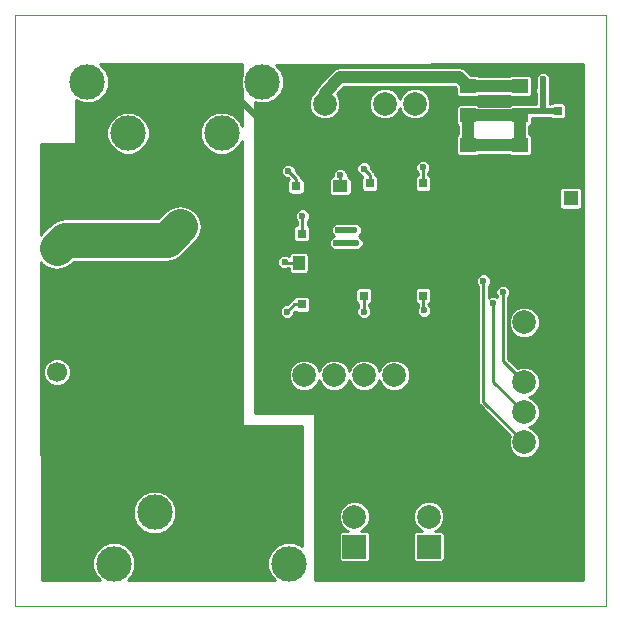
<source format=gbr>
G04 #@! TF.FileFunction,Copper,L1,Top,Signal*
%FSLAX46Y46*%
G04 Gerber Fmt 4.6, Leading zero omitted, Abs format (unit mm)*
G04 Created by KiCad (PCBNEW (2015-07-11 BZR 5925, Git c291b88)-product) date 2015/08/03 22:31:35*
%MOMM*%
G01*
G04 APERTURE LIST*
%ADD10C,0.100000*%
%ADD11R,0.800000X0.750000*%
%ADD12R,1.300000X1.300000*%
%ADD13C,1.300000*%
%ADD14R,2.000000X2.000000*%
%ADD15C,2.000000*%
%ADD16C,3.000000*%
%ADD17R,0.750000X0.800000*%
%ADD18R,1.250000X1.000000*%
%ADD19R,1.000000X1.250000*%
%ADD20R,1.400000X1.200000*%
%ADD21C,1.700000*%
%ADD22C,0.600000*%
%ADD23C,0.500000*%
%ADD24C,1.000000*%
%ADD25C,0.250000*%
%ADD26C,3.000000*%
%ADD27C,0.254000*%
G04 APERTURE END LIST*
D10*
X100000000Y-100000000D02*
X150000000Y-100000000D01*
X150000000Y-50000000D02*
X100000000Y-50000000D01*
X145000000Y-50000000D02*
X144000000Y-50000000D01*
X150000000Y-50000000D02*
X150000000Y-100000000D01*
X100000000Y-50000000D02*
X100000000Y-100000000D01*
D11*
X145920000Y-58100000D03*
X147420000Y-58100000D03*
D12*
X147000000Y-65500000D03*
D13*
X144500000Y-65500000D03*
D14*
X135000000Y-95000000D03*
D15*
X135000000Y-92460000D03*
X126190000Y-57500000D03*
X128730000Y-57500000D03*
X131270000Y-57500000D03*
X133810000Y-57500000D03*
D16*
X109540000Y-60000000D03*
X117460000Y-60000000D03*
X120910000Y-55650000D03*
X106090000Y-55650000D03*
D15*
X121920000Y-80500000D03*
X124460000Y-80500000D03*
X127000000Y-80500000D03*
X129540000Y-80500000D03*
X132080000Y-80500000D03*
D11*
X124250000Y-74500000D03*
X125750000Y-74500000D03*
X124250000Y-68500000D03*
X125750000Y-68500000D03*
D17*
X129500000Y-73750000D03*
X129500000Y-72250000D03*
X134500000Y-73750000D03*
X134500000Y-72250000D03*
D18*
X127500000Y-64500000D03*
X127500000Y-66500000D03*
D11*
X123750000Y-64500000D03*
X125250000Y-64500000D03*
D17*
X134500000Y-64250000D03*
X134500000Y-65750000D03*
D19*
X124000000Y-71000000D03*
X126000000Y-71000000D03*
D17*
X130000000Y-64250000D03*
X130000000Y-65750000D03*
D15*
X143080000Y-86190000D03*
X143080000Y-83650000D03*
X143080000Y-81110000D03*
X143080000Y-78570000D03*
X143080000Y-76030000D03*
D20*
X138300000Y-58500000D03*
X138300000Y-56000000D03*
X138300000Y-61000000D03*
X142700000Y-58500000D03*
X142700000Y-61000000D03*
X142700000Y-56000000D03*
D15*
X110050000Y-72450000D03*
X113950000Y-77600000D03*
D14*
X128700000Y-95000000D03*
D15*
X128700000Y-92460000D03*
D16*
X119710000Y-92100000D03*
X111790000Y-92100000D03*
X108340000Y-96450000D03*
X123160000Y-96450000D03*
D21*
X103500000Y-80250000D03*
X103500000Y-86750000D03*
X103500000Y-69750000D03*
X103500000Y-63250000D03*
D15*
X113950000Y-67900000D03*
D22*
X128850000Y-69300000D03*
X127150000Y-69300000D03*
X144660000Y-56400000D03*
X144670000Y-55420000D03*
X122550000Y-59450000D03*
X120900000Y-62050000D03*
X141450000Y-95000000D03*
X138850000Y-67500000D03*
X138900000Y-69500000D03*
X129000000Y-78460000D03*
X122900000Y-68700000D03*
X122900000Y-67300000D03*
X128700000Y-68200000D03*
X127350000Y-68200000D03*
X124300000Y-67000000D03*
X134500000Y-62900000D03*
X123100000Y-63200000D03*
X129500000Y-63000000D03*
X134600000Y-75000000D03*
X123000000Y-75100000D03*
X129500000Y-75100000D03*
X127500000Y-63550000D03*
X122800000Y-70900000D03*
X139620000Y-72500000D03*
X140470000Y-74410000D03*
X141270000Y-73440000D03*
D23*
X128850000Y-69300000D02*
X127150000Y-69300000D01*
X144660000Y-56400000D02*
X144660000Y-58100000D01*
X144660000Y-58100000D02*
X144650000Y-58100000D01*
X144650000Y-58100000D02*
X144650000Y-57900000D01*
X144650000Y-57900000D02*
X144650000Y-58100000D01*
X144670000Y-55420000D02*
X144670000Y-56390000D01*
X144670000Y-56390000D02*
X144660000Y-56400000D01*
X145920000Y-58100000D02*
X144650000Y-58100000D01*
X144650000Y-58100000D02*
X143100000Y-58100000D01*
X143100000Y-58100000D02*
X142700000Y-58500000D01*
X142700000Y-58500000D02*
X142700000Y-58360000D01*
D24*
X138300000Y-58500000D02*
X138300000Y-61000000D01*
X142700000Y-61000000D02*
X138300000Y-61000000D01*
X142700000Y-58500000D02*
X142700000Y-61000000D01*
X138300000Y-58500000D02*
X142700000Y-58500000D01*
D25*
X122550000Y-59450000D02*
X122550000Y-59400000D01*
D23*
X121200000Y-59400000D02*
X119100000Y-57300000D01*
X105300000Y-58200000D02*
X105300000Y-61890000D01*
X105800000Y-57700000D02*
X105300000Y-58200000D01*
X116100000Y-57700000D02*
X105800000Y-57700000D01*
X116500000Y-57300000D02*
X116100000Y-57700000D01*
X119100000Y-57300000D02*
X116500000Y-57300000D01*
X122550000Y-59400000D02*
X121200000Y-59400000D01*
D25*
X122550000Y-59450000D02*
X122550000Y-59400000D01*
X122550000Y-59400000D02*
X122550000Y-59450000D01*
X122550000Y-59450000D02*
X122550000Y-59400000D01*
D23*
X105300000Y-61890000D02*
X103940000Y-63250000D01*
X103940000Y-63250000D02*
X103500000Y-63250000D01*
X128730000Y-57500000D02*
X128730000Y-57870000D01*
X128730000Y-57870000D02*
X127200000Y-59400000D01*
X127200000Y-59400000D02*
X122550000Y-59400000D01*
X105300000Y-61890000D02*
X105300000Y-61900000D01*
D25*
X122900000Y-67300000D02*
X122900000Y-68700000D01*
D23*
X128700000Y-68200000D02*
X127350000Y-68200000D01*
D25*
X124250000Y-68500000D02*
X124300000Y-68450000D01*
X124300000Y-68450000D02*
X124300000Y-67000000D01*
X134500000Y-62900000D02*
X134500000Y-64250000D01*
X123750000Y-63850000D02*
X123750000Y-64500000D01*
X123100000Y-63200000D02*
X123750000Y-63850000D01*
X130000000Y-63500000D02*
X130000000Y-64250000D01*
X129500000Y-63000000D02*
X130000000Y-63500000D01*
X134500000Y-74900000D02*
X134500000Y-73750000D01*
X134600000Y-75000000D02*
X134500000Y-74900000D01*
X123600000Y-74500000D02*
X124250000Y-74500000D01*
X123000000Y-75100000D02*
X123600000Y-74500000D01*
D26*
X113950000Y-67900000D02*
X112800000Y-69050000D01*
X112800000Y-69050000D02*
X104200000Y-69050000D01*
X104200000Y-69050000D02*
X103500000Y-69750000D01*
D25*
X129500000Y-75100000D02*
X129500000Y-73750000D01*
X127500000Y-64500000D02*
X127500000Y-63550000D01*
X122900000Y-71000000D02*
X124000000Y-71000000D01*
X122800000Y-70900000D02*
X122900000Y-71000000D01*
X139620000Y-72500000D02*
X139620000Y-82730000D01*
X139620000Y-82730000D02*
X143080000Y-86190000D01*
X140470000Y-74410000D02*
X140470000Y-81040000D01*
X140470000Y-81040000D02*
X143080000Y-83650000D01*
X141270000Y-73440000D02*
X141270000Y-79300000D01*
X141270000Y-79300000D02*
X143080000Y-81110000D01*
D24*
X138300000Y-56000000D02*
X142700000Y-56000000D01*
X126190000Y-57500000D02*
X126190000Y-56560000D01*
X126190000Y-56560000D02*
X127500000Y-55250000D01*
X127500000Y-55250000D02*
X137550000Y-55250000D01*
X137550000Y-55250000D02*
X138300000Y-56000000D01*
D25*
X126190000Y-56560000D02*
X127500000Y-55250000D01*
X127500000Y-55250000D02*
X137550000Y-55250000D01*
X137550000Y-55250000D02*
X138300000Y-56000000D01*
D27*
G36*
X114091884Y-70341884D02*
X115241884Y-69191884D01*
X115637929Y-68599162D01*
X115777000Y-67900000D01*
X115637929Y-67200837D01*
X115241884Y-66608116D01*
X114649163Y-66212071D01*
X113950000Y-66073000D01*
X113250838Y-66212071D01*
X112658116Y-66608116D01*
X112043232Y-67223000D01*
X104200000Y-67223000D01*
X103500837Y-67362072D01*
X102908116Y-67758116D01*
X102208116Y-68458116D01*
X102127000Y-68579515D01*
X102127000Y-64848357D01*
X102139803Y-64839803D01*
X102167333Y-64798601D01*
X102177000Y-64750000D01*
X102177000Y-60927000D01*
X105000000Y-60927000D01*
X105048601Y-60917333D01*
X105089803Y-60889803D01*
X105117333Y-60848601D01*
X105127000Y-60800000D01*
X105127000Y-60361818D01*
X107712684Y-60361818D01*
X107990242Y-61033560D01*
X108503736Y-61547952D01*
X109174993Y-61826682D01*
X109901818Y-61827316D01*
X110573560Y-61549758D01*
X111087952Y-61036264D01*
X111366682Y-60365007D01*
X111367316Y-59638182D01*
X111089758Y-58966440D01*
X110576264Y-58452048D01*
X109905007Y-58173318D01*
X109178182Y-58172684D01*
X108506440Y-58450242D01*
X107992048Y-58963736D01*
X107713318Y-59634993D01*
X107712684Y-60361818D01*
X105127000Y-60361818D01*
X105127000Y-57228374D01*
X105724993Y-57476682D01*
X106451818Y-57477316D01*
X107123560Y-57199758D01*
X107637952Y-56686264D01*
X107916682Y-56015007D01*
X107917316Y-55288182D01*
X107639758Y-54616440D01*
X107151172Y-54127000D01*
X119173000Y-54127000D01*
X119173000Y-55069015D01*
X119083318Y-55284993D01*
X119082684Y-56011818D01*
X119173000Y-56230400D01*
X119173000Y-59361516D01*
X119009758Y-58966440D01*
X118496264Y-58452048D01*
X117825007Y-58173318D01*
X117098182Y-58172684D01*
X116426440Y-58450242D01*
X115912048Y-58963736D01*
X115633318Y-59634993D01*
X115632684Y-60361818D01*
X115910242Y-61033560D01*
X116423736Y-61547952D01*
X117094993Y-61826682D01*
X117821818Y-61827316D01*
X118493560Y-61549758D01*
X119007952Y-61036264D01*
X119173000Y-60638784D01*
X119173000Y-84650000D01*
X119182667Y-84698601D01*
X119210197Y-84739803D01*
X119251399Y-84767333D01*
X119300000Y-84777000D01*
X124273000Y-84777000D01*
X124273000Y-94978918D01*
X124196264Y-94902048D01*
X123525007Y-94623318D01*
X122798182Y-94622684D01*
X122126440Y-94900242D01*
X121612048Y-95413736D01*
X121333318Y-96084993D01*
X121332684Y-96811818D01*
X121610242Y-97483560D01*
X121999002Y-97873000D01*
X109500540Y-97873000D01*
X109887952Y-97486264D01*
X110166682Y-96815007D01*
X110167316Y-96088182D01*
X109889758Y-95416440D01*
X109376264Y-94902048D01*
X108705007Y-94623318D01*
X107978182Y-94622684D01*
X107306440Y-94900242D01*
X106792048Y-95413736D01*
X106513318Y-96084993D01*
X106512684Y-96811818D01*
X106790242Y-97483560D01*
X107179002Y-97873000D01*
X102227000Y-97873000D01*
X102227000Y-92461818D01*
X109962684Y-92461818D01*
X110240242Y-93133560D01*
X110753736Y-93647952D01*
X111424993Y-93926682D01*
X112151818Y-93927316D01*
X112823560Y-93649758D01*
X113337952Y-93136264D01*
X113616682Y-92465007D01*
X113617316Y-91738182D01*
X113339758Y-91066440D01*
X112826264Y-90552048D01*
X112155007Y-90273318D01*
X111428182Y-90272684D01*
X110756440Y-90550242D01*
X110242048Y-91063736D01*
X109963318Y-91734993D01*
X109962684Y-92461818D01*
X102227000Y-92461818D01*
X102227000Y-87350000D01*
X102217333Y-87301399D01*
X102189803Y-87260197D01*
X102148601Y-87232667D01*
X102127000Y-87228370D01*
X102127000Y-80483093D01*
X102322796Y-80483093D01*
X102501606Y-80915846D01*
X102832412Y-81247230D01*
X103264853Y-81426795D01*
X103733093Y-81427204D01*
X104165846Y-81248394D01*
X104497230Y-80917588D01*
X104676795Y-80485147D01*
X104677204Y-80016907D01*
X104498394Y-79584154D01*
X104167588Y-79252770D01*
X103735147Y-79073205D01*
X103266907Y-79072796D01*
X102834154Y-79251606D01*
X102502770Y-79582412D01*
X102323205Y-80014853D01*
X102322796Y-80483093D01*
X102127000Y-80483093D01*
X102127000Y-70920485D01*
X102208116Y-71041884D01*
X102800838Y-71437928D01*
X103500000Y-71577000D01*
X104199162Y-71437928D01*
X104791884Y-71041884D01*
X104956768Y-70877000D01*
X112800000Y-70877000D01*
X113499163Y-70737928D01*
X114091884Y-70341884D01*
X114091884Y-70341884D01*
G37*
X114091884Y-70341884D02*
X115241884Y-69191884D01*
X115637929Y-68599162D01*
X115777000Y-67900000D01*
X115637929Y-67200837D01*
X115241884Y-66608116D01*
X114649163Y-66212071D01*
X113950000Y-66073000D01*
X113250838Y-66212071D01*
X112658116Y-66608116D01*
X112043232Y-67223000D01*
X104200000Y-67223000D01*
X103500837Y-67362072D01*
X102908116Y-67758116D01*
X102208116Y-68458116D01*
X102127000Y-68579515D01*
X102127000Y-64848357D01*
X102139803Y-64839803D01*
X102167333Y-64798601D01*
X102177000Y-64750000D01*
X102177000Y-60927000D01*
X105000000Y-60927000D01*
X105048601Y-60917333D01*
X105089803Y-60889803D01*
X105117333Y-60848601D01*
X105127000Y-60800000D01*
X105127000Y-60361818D01*
X107712684Y-60361818D01*
X107990242Y-61033560D01*
X108503736Y-61547952D01*
X109174993Y-61826682D01*
X109901818Y-61827316D01*
X110573560Y-61549758D01*
X111087952Y-61036264D01*
X111366682Y-60365007D01*
X111367316Y-59638182D01*
X111089758Y-58966440D01*
X110576264Y-58452048D01*
X109905007Y-58173318D01*
X109178182Y-58172684D01*
X108506440Y-58450242D01*
X107992048Y-58963736D01*
X107713318Y-59634993D01*
X107712684Y-60361818D01*
X105127000Y-60361818D01*
X105127000Y-57228374D01*
X105724993Y-57476682D01*
X106451818Y-57477316D01*
X107123560Y-57199758D01*
X107637952Y-56686264D01*
X107916682Y-56015007D01*
X107917316Y-55288182D01*
X107639758Y-54616440D01*
X107151172Y-54127000D01*
X119173000Y-54127000D01*
X119173000Y-55069015D01*
X119083318Y-55284993D01*
X119082684Y-56011818D01*
X119173000Y-56230400D01*
X119173000Y-59361516D01*
X119009758Y-58966440D01*
X118496264Y-58452048D01*
X117825007Y-58173318D01*
X117098182Y-58172684D01*
X116426440Y-58450242D01*
X115912048Y-58963736D01*
X115633318Y-59634993D01*
X115632684Y-60361818D01*
X115910242Y-61033560D01*
X116423736Y-61547952D01*
X117094993Y-61826682D01*
X117821818Y-61827316D01*
X118493560Y-61549758D01*
X119007952Y-61036264D01*
X119173000Y-60638784D01*
X119173000Y-84650000D01*
X119182667Y-84698601D01*
X119210197Y-84739803D01*
X119251399Y-84767333D01*
X119300000Y-84777000D01*
X124273000Y-84777000D01*
X124273000Y-94978918D01*
X124196264Y-94902048D01*
X123525007Y-94623318D01*
X122798182Y-94622684D01*
X122126440Y-94900242D01*
X121612048Y-95413736D01*
X121333318Y-96084993D01*
X121332684Y-96811818D01*
X121610242Y-97483560D01*
X121999002Y-97873000D01*
X109500540Y-97873000D01*
X109887952Y-97486264D01*
X110166682Y-96815007D01*
X110167316Y-96088182D01*
X109889758Y-95416440D01*
X109376264Y-94902048D01*
X108705007Y-94623318D01*
X107978182Y-94622684D01*
X107306440Y-94900242D01*
X106792048Y-95413736D01*
X106513318Y-96084993D01*
X106512684Y-96811818D01*
X106790242Y-97483560D01*
X107179002Y-97873000D01*
X102227000Y-97873000D01*
X102227000Y-92461818D01*
X109962684Y-92461818D01*
X110240242Y-93133560D01*
X110753736Y-93647952D01*
X111424993Y-93926682D01*
X112151818Y-93927316D01*
X112823560Y-93649758D01*
X113337952Y-93136264D01*
X113616682Y-92465007D01*
X113617316Y-91738182D01*
X113339758Y-91066440D01*
X112826264Y-90552048D01*
X112155007Y-90273318D01*
X111428182Y-90272684D01*
X110756440Y-90550242D01*
X110242048Y-91063736D01*
X109963318Y-91734993D01*
X109962684Y-92461818D01*
X102227000Y-92461818D01*
X102227000Y-87350000D01*
X102217333Y-87301399D01*
X102189803Y-87260197D01*
X102148601Y-87232667D01*
X102127000Y-87228370D01*
X102127000Y-80483093D01*
X102322796Y-80483093D01*
X102501606Y-80915846D01*
X102832412Y-81247230D01*
X103264853Y-81426795D01*
X103733093Y-81427204D01*
X104165846Y-81248394D01*
X104497230Y-80917588D01*
X104676795Y-80485147D01*
X104677204Y-80016907D01*
X104498394Y-79584154D01*
X104167588Y-79252770D01*
X103735147Y-79073205D01*
X103266907Y-79072796D01*
X102834154Y-79251606D01*
X102502770Y-79582412D01*
X102323205Y-80014853D01*
X102322796Y-80483093D01*
X102127000Y-80483093D01*
X102127000Y-70920485D01*
X102208116Y-71041884D01*
X102800838Y-71437928D01*
X103500000Y-71577000D01*
X104199162Y-71437928D01*
X104791884Y-71041884D01*
X104956768Y-70877000D01*
X112800000Y-70877000D01*
X113499163Y-70737928D01*
X114091884Y-70341884D01*
G36*
X148023000Y-97873000D02*
X125377000Y-97873000D01*
X125377000Y-94000000D01*
X127366594Y-94000000D01*
X127366594Y-96000000D01*
X127390785Y-96124684D01*
X127462771Y-96234270D01*
X127571445Y-96307625D01*
X127700000Y-96333406D01*
X129700000Y-96333406D01*
X129824684Y-96309215D01*
X129934270Y-96237229D01*
X130007625Y-96128555D01*
X130033406Y-96000000D01*
X130033406Y-94000000D01*
X133666594Y-94000000D01*
X133666594Y-96000000D01*
X133690785Y-96124684D01*
X133762771Y-96234270D01*
X133871445Y-96307625D01*
X134000000Y-96333406D01*
X136000000Y-96333406D01*
X136124684Y-96309215D01*
X136234270Y-96237229D01*
X136307625Y-96128555D01*
X136333406Y-96000000D01*
X136333406Y-94000000D01*
X136309215Y-93875316D01*
X136237229Y-93765730D01*
X136128555Y-93692375D01*
X136000000Y-93666594D01*
X135554757Y-93666594D01*
X135750703Y-93585631D01*
X136124319Y-93212666D01*
X136326769Y-92725115D01*
X136327229Y-92197202D01*
X136125631Y-91709297D01*
X135752666Y-91335681D01*
X135265115Y-91133231D01*
X134737202Y-91132771D01*
X134249297Y-91334369D01*
X133875681Y-91707334D01*
X133673231Y-92194885D01*
X133672771Y-92722798D01*
X133874369Y-93210703D01*
X134247334Y-93584319D01*
X134445473Y-93666594D01*
X134000000Y-93666594D01*
X133875316Y-93690785D01*
X133765730Y-93762771D01*
X133692375Y-93871445D01*
X133666594Y-94000000D01*
X130033406Y-94000000D01*
X130033406Y-94000000D01*
X130009215Y-93875316D01*
X129937229Y-93765730D01*
X129828555Y-93692375D01*
X129700000Y-93666594D01*
X129254757Y-93666594D01*
X129450703Y-93585631D01*
X129824319Y-93212666D01*
X130026769Y-92725115D01*
X130027229Y-92197202D01*
X129825631Y-91709297D01*
X129452666Y-91335681D01*
X128965115Y-91133231D01*
X128437202Y-91132771D01*
X127949297Y-91334369D01*
X127575681Y-91707334D01*
X127373231Y-92194885D01*
X127372771Y-92722798D01*
X127574369Y-93210703D01*
X127947334Y-93584319D01*
X128145473Y-93666594D01*
X127700000Y-93666594D01*
X127575316Y-93690785D01*
X127465730Y-93762771D01*
X127392375Y-93871445D01*
X127366594Y-94000000D01*
X125377000Y-94000000D01*
X125377000Y-83800000D01*
X125367333Y-83751399D01*
X125339803Y-83710197D01*
X125298601Y-83682667D01*
X125250000Y-83673000D01*
X120327000Y-83673000D01*
X120327000Y-80762798D01*
X123132771Y-80762798D01*
X123334369Y-81250703D01*
X123707334Y-81624319D01*
X124194885Y-81826769D01*
X124722798Y-81827229D01*
X125210703Y-81625631D01*
X125584319Y-81252666D01*
X125730109Y-80901567D01*
X125874369Y-81250703D01*
X126247334Y-81624319D01*
X126734885Y-81826769D01*
X127262798Y-81827229D01*
X127750703Y-81625631D01*
X128124319Y-81252666D01*
X128270109Y-80901567D01*
X128414369Y-81250703D01*
X128787334Y-81624319D01*
X129274885Y-81826769D01*
X129802798Y-81827229D01*
X130290703Y-81625631D01*
X130664319Y-81252666D01*
X130810109Y-80901567D01*
X130954369Y-81250703D01*
X131327334Y-81624319D01*
X131814885Y-81826769D01*
X132342798Y-81827229D01*
X132830703Y-81625631D01*
X133204319Y-81252666D01*
X133406769Y-80765115D01*
X133407229Y-80237202D01*
X133205631Y-79749297D01*
X132832666Y-79375681D01*
X132345115Y-79173231D01*
X131817202Y-79172771D01*
X131329297Y-79374369D01*
X130955681Y-79747334D01*
X130809891Y-80098433D01*
X130665631Y-79749297D01*
X130292666Y-79375681D01*
X129805115Y-79173231D01*
X129277202Y-79172771D01*
X128789297Y-79374369D01*
X128415681Y-79747334D01*
X128269891Y-80098433D01*
X128125631Y-79749297D01*
X127752666Y-79375681D01*
X127265115Y-79173231D01*
X126737202Y-79172771D01*
X126249297Y-79374369D01*
X125875681Y-79747334D01*
X125729891Y-80098433D01*
X125585631Y-79749297D01*
X125212666Y-79375681D01*
X124725115Y-79173231D01*
X124197202Y-79172771D01*
X123709297Y-79374369D01*
X123335681Y-79747334D01*
X123133231Y-80234885D01*
X123132771Y-80762798D01*
X120327000Y-80762798D01*
X120327000Y-75224171D01*
X122372891Y-75224171D01*
X122468145Y-75454703D01*
X122644369Y-75631235D01*
X122874735Y-75726891D01*
X123124171Y-75727109D01*
X123354703Y-75631855D01*
X123531235Y-75455631D01*
X123626891Y-75225265D01*
X123626984Y-75118864D01*
X123721445Y-75182625D01*
X123850000Y-75208406D01*
X124650000Y-75208406D01*
X124774684Y-75184215D01*
X124884270Y-75112229D01*
X124957625Y-75003555D01*
X124983406Y-74875000D01*
X124983406Y-74125000D01*
X124959215Y-74000316D01*
X124887229Y-73890730D01*
X124778555Y-73817375D01*
X124650000Y-73791594D01*
X123850000Y-73791594D01*
X123725316Y-73815785D01*
X123615730Y-73887771D01*
X123542375Y-73996445D01*
X123529212Y-74062080D01*
X123427027Y-74082406D01*
X123280388Y-74180388D01*
X122987787Y-74472989D01*
X122875829Y-74472891D01*
X122645297Y-74568145D01*
X122468765Y-74744369D01*
X122373109Y-74974735D01*
X122372891Y-75224171D01*
X120327000Y-75224171D01*
X120327000Y-73350000D01*
X128791594Y-73350000D01*
X128791594Y-74150000D01*
X128815785Y-74274684D01*
X128887771Y-74384270D01*
X128996445Y-74457625D01*
X129048000Y-74467964D01*
X129048000Y-74665272D01*
X128968765Y-74744369D01*
X128873109Y-74974735D01*
X128872891Y-75224171D01*
X128968145Y-75454703D01*
X129144369Y-75631235D01*
X129374735Y-75726891D01*
X129624171Y-75727109D01*
X129854703Y-75631855D01*
X130031235Y-75455631D01*
X130126891Y-75225265D01*
X130127109Y-74975829D01*
X130031855Y-74745297D01*
X129952000Y-74665302D01*
X129952000Y-74468467D01*
X129999684Y-74459215D01*
X130109270Y-74387229D01*
X130182625Y-74278555D01*
X130208406Y-74150000D01*
X130208406Y-73350000D01*
X133791594Y-73350000D01*
X133791594Y-74150000D01*
X133815785Y-74274684D01*
X133887771Y-74384270D01*
X133996445Y-74457625D01*
X134048000Y-74467964D01*
X134048000Y-74694377D01*
X133973109Y-74874735D01*
X133972891Y-75124171D01*
X134068145Y-75354703D01*
X134244369Y-75531235D01*
X134474735Y-75626891D01*
X134724171Y-75627109D01*
X134954703Y-75531855D01*
X135131235Y-75355631D01*
X135226891Y-75125265D01*
X135227109Y-74875829D01*
X135131855Y-74645297D01*
X134955631Y-74468765D01*
X134953985Y-74468081D01*
X134999684Y-74459215D01*
X135109270Y-74387229D01*
X135182625Y-74278555D01*
X135208406Y-74150000D01*
X135208406Y-73350000D01*
X135184215Y-73225316D01*
X135112229Y-73115730D01*
X135003555Y-73042375D01*
X134875000Y-73016594D01*
X134125000Y-73016594D01*
X134000316Y-73040785D01*
X133890730Y-73112771D01*
X133817375Y-73221445D01*
X133791594Y-73350000D01*
X130208406Y-73350000D01*
X130208406Y-73350000D01*
X130184215Y-73225316D01*
X130112229Y-73115730D01*
X130003555Y-73042375D01*
X129875000Y-73016594D01*
X129125000Y-73016594D01*
X129000316Y-73040785D01*
X128890730Y-73112771D01*
X128817375Y-73221445D01*
X128791594Y-73350000D01*
X120327000Y-73350000D01*
X120327000Y-72624171D01*
X138992891Y-72624171D01*
X139088145Y-72854703D01*
X139168000Y-72934698D01*
X139168000Y-82730000D01*
X139202406Y-82902973D01*
X139300388Y-83049612D01*
X141877174Y-85626398D01*
X141753231Y-85924885D01*
X141752771Y-86452798D01*
X141954369Y-86940703D01*
X142327334Y-87314319D01*
X142814885Y-87516769D01*
X143342798Y-87517229D01*
X143830703Y-87315631D01*
X144204319Y-86942666D01*
X144406769Y-86455115D01*
X144407229Y-85927202D01*
X144205631Y-85439297D01*
X143832666Y-85065681D01*
X143481567Y-84919891D01*
X143830703Y-84775631D01*
X144204319Y-84402666D01*
X144406769Y-83915115D01*
X144407229Y-83387202D01*
X144205631Y-82899297D01*
X143832666Y-82525681D01*
X143481567Y-82379891D01*
X143830703Y-82235631D01*
X144204319Y-81862666D01*
X144406769Y-81375115D01*
X144407229Y-80847202D01*
X144205631Y-80359297D01*
X143832666Y-79985681D01*
X143345115Y-79783231D01*
X142817202Y-79782771D01*
X142516318Y-79907094D01*
X141722000Y-79112776D01*
X141722000Y-76292798D01*
X141752771Y-76292798D01*
X141954369Y-76780703D01*
X142327334Y-77154319D01*
X142814885Y-77356769D01*
X143342798Y-77357229D01*
X143830703Y-77155631D01*
X144204319Y-76782666D01*
X144406769Y-76295115D01*
X144407229Y-75767202D01*
X144205631Y-75279297D01*
X143832666Y-74905681D01*
X143345115Y-74703231D01*
X142817202Y-74702771D01*
X142329297Y-74904369D01*
X141955681Y-75277334D01*
X141753231Y-75764885D01*
X141752771Y-76292798D01*
X141722000Y-76292798D01*
X141722000Y-73874728D01*
X141801235Y-73795631D01*
X141896891Y-73565265D01*
X141897109Y-73315829D01*
X141801855Y-73085297D01*
X141625631Y-72908765D01*
X141395265Y-72813109D01*
X141145829Y-72812891D01*
X140915297Y-72908145D01*
X140738765Y-73084369D01*
X140643109Y-73314735D01*
X140642891Y-73564171D01*
X140738145Y-73794703D01*
X140818000Y-73874698D01*
X140818000Y-73875596D01*
X140595265Y-73783109D01*
X140345829Y-73782891D01*
X140115297Y-73878145D01*
X140072000Y-73921366D01*
X140072000Y-72934728D01*
X140151235Y-72855631D01*
X140246891Y-72625265D01*
X140247109Y-72375829D01*
X140151855Y-72145297D01*
X139975631Y-71968765D01*
X139745265Y-71873109D01*
X139495829Y-71872891D01*
X139265297Y-71968145D01*
X139088765Y-72144369D01*
X138993109Y-72374735D01*
X138992891Y-72624171D01*
X120327000Y-72624171D01*
X120327000Y-71024171D01*
X122172891Y-71024171D01*
X122268145Y-71254703D01*
X122444369Y-71431235D01*
X122674735Y-71526891D01*
X122924171Y-71527109D01*
X123105948Y-71452000D01*
X123166594Y-71452000D01*
X123166594Y-71625000D01*
X123190785Y-71749684D01*
X123262771Y-71859270D01*
X123371445Y-71932625D01*
X123500000Y-71958406D01*
X124500000Y-71958406D01*
X124624684Y-71934215D01*
X124734270Y-71862229D01*
X124807625Y-71753555D01*
X124833406Y-71625000D01*
X124833406Y-70375000D01*
X124809215Y-70250316D01*
X124737229Y-70140730D01*
X124628555Y-70067375D01*
X124500000Y-70041594D01*
X123500000Y-70041594D01*
X123375316Y-70065785D01*
X123265730Y-70137771D01*
X123192375Y-70246445D01*
X123166594Y-70375000D01*
X123166594Y-70379747D01*
X123155631Y-70368765D01*
X122925265Y-70273109D01*
X122675829Y-70272891D01*
X122445297Y-70368145D01*
X122268765Y-70544369D01*
X122173109Y-70774735D01*
X122172891Y-71024171D01*
X120327000Y-71024171D01*
X120327000Y-69424171D01*
X126522891Y-69424171D01*
X126618145Y-69654703D01*
X126794369Y-69831235D01*
X127024735Y-69926891D01*
X127274171Y-69927109D01*
X127395444Y-69877000D01*
X128604584Y-69877000D01*
X128724735Y-69926891D01*
X128974171Y-69927109D01*
X129204703Y-69831855D01*
X129381235Y-69655631D01*
X129476891Y-69425265D01*
X129477109Y-69175829D01*
X129381855Y-68945297D01*
X129205631Y-68768765D01*
X129072928Y-68713662D01*
X129231235Y-68555631D01*
X129326891Y-68325265D01*
X129327109Y-68075829D01*
X129231855Y-67845297D01*
X129055631Y-67668765D01*
X128825265Y-67573109D01*
X128575829Y-67572891D01*
X128454556Y-67623000D01*
X127595416Y-67623000D01*
X127475265Y-67573109D01*
X127225829Y-67572891D01*
X126995297Y-67668145D01*
X126818765Y-67844369D01*
X126723109Y-68074735D01*
X126722891Y-68324171D01*
X126818145Y-68554703D01*
X126962322Y-68699132D01*
X126795297Y-68768145D01*
X126618765Y-68944369D01*
X126523109Y-69174735D01*
X126522891Y-69424171D01*
X120327000Y-69424171D01*
X120327000Y-68125000D01*
X123516594Y-68125000D01*
X123516594Y-68875000D01*
X123540785Y-68999684D01*
X123612771Y-69109270D01*
X123721445Y-69182625D01*
X123850000Y-69208406D01*
X124650000Y-69208406D01*
X124774684Y-69184215D01*
X124884270Y-69112229D01*
X124957625Y-69003555D01*
X124983406Y-68875000D01*
X124983406Y-68125000D01*
X124959215Y-68000316D01*
X124887229Y-67890730D01*
X124778555Y-67817375D01*
X124752000Y-67812050D01*
X124752000Y-67434728D01*
X124831235Y-67355631D01*
X124926891Y-67125265D01*
X124927109Y-66875829D01*
X124831855Y-66645297D01*
X124655631Y-66468765D01*
X124425265Y-66373109D01*
X124175829Y-66372891D01*
X123945297Y-66468145D01*
X123768765Y-66644369D01*
X123673109Y-66874735D01*
X123672891Y-67124171D01*
X123768145Y-67354703D01*
X123848000Y-67434698D01*
X123848000Y-67791982D01*
X123725316Y-67815785D01*
X123615730Y-67887771D01*
X123542375Y-67996445D01*
X123516594Y-68125000D01*
X120327000Y-68125000D01*
X120327000Y-63324171D01*
X122472891Y-63324171D01*
X122568145Y-63554703D01*
X122744369Y-63731235D01*
X122974735Y-63826891D01*
X123087766Y-63826990D01*
X123135536Y-63874760D01*
X123115730Y-63887771D01*
X123042375Y-63996445D01*
X123016594Y-64125000D01*
X123016594Y-64875000D01*
X123040785Y-64999684D01*
X123112771Y-65109270D01*
X123221445Y-65182625D01*
X123350000Y-65208406D01*
X124150000Y-65208406D01*
X124274684Y-65184215D01*
X124384270Y-65112229D01*
X124457625Y-65003555D01*
X124483406Y-64875000D01*
X124483406Y-64125000D01*
X124459215Y-64000316D01*
X124459008Y-64000000D01*
X126541594Y-64000000D01*
X126541594Y-65000000D01*
X126565785Y-65124684D01*
X126637771Y-65234270D01*
X126746445Y-65307625D01*
X126875000Y-65333406D01*
X128125000Y-65333406D01*
X128249684Y-65309215D01*
X128359270Y-65237229D01*
X128432625Y-65128555D01*
X128458406Y-65000000D01*
X128458406Y-64000000D01*
X128434215Y-63875316D01*
X128362229Y-63765730D01*
X128253555Y-63692375D01*
X128126898Y-63666975D01*
X128127109Y-63425829D01*
X128031855Y-63195297D01*
X127960854Y-63124171D01*
X128872891Y-63124171D01*
X128968145Y-63354703D01*
X129144369Y-63531235D01*
X129374735Y-63626891D01*
X129381195Y-63626897D01*
X129317375Y-63721445D01*
X129291594Y-63850000D01*
X129291594Y-64650000D01*
X129315785Y-64774684D01*
X129387771Y-64884270D01*
X129496445Y-64957625D01*
X129625000Y-64983406D01*
X130375000Y-64983406D01*
X130499684Y-64959215D01*
X130609270Y-64887229D01*
X130682625Y-64778555D01*
X130708406Y-64650000D01*
X130708406Y-63850000D01*
X133791594Y-63850000D01*
X133791594Y-64650000D01*
X133815785Y-64774684D01*
X133887771Y-64884270D01*
X133996445Y-64957625D01*
X134125000Y-64983406D01*
X134875000Y-64983406D01*
X134999684Y-64959215D01*
X135109270Y-64887229D01*
X135134399Y-64850000D01*
X146016594Y-64850000D01*
X146016594Y-66150000D01*
X146040785Y-66274684D01*
X146112771Y-66384270D01*
X146221445Y-66457625D01*
X146350000Y-66483406D01*
X147650000Y-66483406D01*
X147774684Y-66459215D01*
X147884270Y-66387229D01*
X147957625Y-66278555D01*
X147983406Y-66150000D01*
X147983406Y-64850000D01*
X147959215Y-64725316D01*
X147887229Y-64615730D01*
X147778555Y-64542375D01*
X147650000Y-64516594D01*
X146350000Y-64516594D01*
X146225316Y-64540785D01*
X146115730Y-64612771D01*
X146042375Y-64721445D01*
X146016594Y-64850000D01*
X135134399Y-64850000D01*
X135182625Y-64778555D01*
X135208406Y-64650000D01*
X135208406Y-63850000D01*
X135184215Y-63725316D01*
X135112229Y-63615730D01*
X135003555Y-63542375D01*
X134952000Y-63532036D01*
X134952000Y-63334728D01*
X135031235Y-63255631D01*
X135126891Y-63025265D01*
X135127109Y-62775829D01*
X135031855Y-62545297D01*
X134855631Y-62368765D01*
X134625265Y-62273109D01*
X134375829Y-62272891D01*
X134145297Y-62368145D01*
X133968765Y-62544369D01*
X133873109Y-62774735D01*
X133872891Y-63024171D01*
X133968145Y-63254703D01*
X134048000Y-63334698D01*
X134048000Y-63531533D01*
X134000316Y-63540785D01*
X133890730Y-63612771D01*
X133817375Y-63721445D01*
X133791594Y-63850000D01*
X130708406Y-63850000D01*
X130708406Y-63850000D01*
X130684215Y-63725316D01*
X130612229Y-63615730D01*
X130503555Y-63542375D01*
X130452000Y-63532036D01*
X130452000Y-63500000D01*
X130417594Y-63327027D01*
X130319612Y-63180388D01*
X130127011Y-62987787D01*
X130127109Y-62875829D01*
X130031855Y-62645297D01*
X129855631Y-62468765D01*
X129625265Y-62373109D01*
X129375829Y-62372891D01*
X129145297Y-62468145D01*
X128968765Y-62644369D01*
X128873109Y-62874735D01*
X128872891Y-63124171D01*
X127960854Y-63124171D01*
X127855631Y-63018765D01*
X127625265Y-62923109D01*
X127375829Y-62922891D01*
X127145297Y-63018145D01*
X126968765Y-63194369D01*
X126873109Y-63424735D01*
X126872897Y-63667002D01*
X126750316Y-63690785D01*
X126640730Y-63762771D01*
X126567375Y-63871445D01*
X126541594Y-64000000D01*
X124459008Y-64000000D01*
X124387229Y-63890730D01*
X124278555Y-63817375D01*
X124192060Y-63800029D01*
X124167594Y-63677027D01*
X124069612Y-63530388D01*
X123727011Y-63187787D01*
X123727109Y-63075829D01*
X123631855Y-62845297D01*
X123455631Y-62668765D01*
X123225265Y-62573109D01*
X122975829Y-62572891D01*
X122745297Y-62668145D01*
X122568765Y-62844369D01*
X122473109Y-63074735D01*
X122472891Y-63324171D01*
X120327000Y-63324171D01*
X120327000Y-57762798D01*
X124862771Y-57762798D01*
X125064369Y-58250703D01*
X125437334Y-58624319D01*
X125924885Y-58826769D01*
X126452798Y-58827229D01*
X126940703Y-58625631D01*
X127314319Y-58252666D01*
X127516769Y-57765115D01*
X127516771Y-57762798D01*
X129942771Y-57762798D01*
X130144369Y-58250703D01*
X130517334Y-58624319D01*
X131004885Y-58826769D01*
X131532798Y-58827229D01*
X132020703Y-58625631D01*
X132394319Y-58252666D01*
X132540109Y-57901567D01*
X132684369Y-58250703D01*
X133057334Y-58624319D01*
X133544885Y-58826769D01*
X134072798Y-58827229D01*
X134560703Y-58625631D01*
X134934319Y-58252666D01*
X135080759Y-57900000D01*
X137266594Y-57900000D01*
X137266594Y-59100000D01*
X137290785Y-59224684D01*
X137362771Y-59334270D01*
X137471445Y-59407625D01*
X137473000Y-59407937D01*
X137473000Y-60092306D01*
X137365730Y-60162771D01*
X137292375Y-60271445D01*
X137266594Y-60400000D01*
X137266594Y-61600000D01*
X137290785Y-61724684D01*
X137362771Y-61834270D01*
X137471445Y-61907625D01*
X137600000Y-61933406D01*
X139000000Y-61933406D01*
X139124684Y-61909215D01*
X139234270Y-61837229D01*
X139241175Y-61827000D01*
X141757995Y-61827000D01*
X141762771Y-61834270D01*
X141871445Y-61907625D01*
X142000000Y-61933406D01*
X143400000Y-61933406D01*
X143524684Y-61909215D01*
X143634270Y-61837229D01*
X143707625Y-61728555D01*
X143733406Y-61600000D01*
X143733406Y-60400000D01*
X143709215Y-60275316D01*
X143637229Y-60165730D01*
X143528555Y-60092375D01*
X143527000Y-60092063D01*
X143527000Y-59407694D01*
X143634270Y-59337229D01*
X143707625Y-59228555D01*
X143733406Y-59100000D01*
X143733406Y-58677000D01*
X145261573Y-58677000D01*
X145282771Y-58709270D01*
X145391445Y-58782625D01*
X145520000Y-58808406D01*
X146320000Y-58808406D01*
X146444684Y-58784215D01*
X146554270Y-58712229D01*
X146627625Y-58603555D01*
X146653406Y-58475000D01*
X146653406Y-57725000D01*
X146629215Y-57600316D01*
X146557229Y-57490730D01*
X146448555Y-57417375D01*
X146320000Y-57391594D01*
X145520000Y-57391594D01*
X145395316Y-57415785D01*
X145285730Y-57487771D01*
X145261950Y-57523000D01*
X145237000Y-57523000D01*
X145237000Y-56645416D01*
X145286891Y-56525265D01*
X145287109Y-56275829D01*
X145247000Y-56178758D01*
X145247000Y-55665416D01*
X145296891Y-55545265D01*
X145297109Y-55295829D01*
X145201855Y-55065297D01*
X145025631Y-54888765D01*
X144795265Y-54793109D01*
X144545829Y-54792891D01*
X144315297Y-54888145D01*
X144138765Y-55064369D01*
X144043109Y-55294735D01*
X144042891Y-55544171D01*
X144093000Y-55665444D01*
X144093000Y-56130501D01*
X144033109Y-56274735D01*
X144032891Y-56524171D01*
X144083000Y-56645444D01*
X144083000Y-57523000D01*
X143100000Y-57523000D01*
X142880840Y-57566594D01*
X142000000Y-57566594D01*
X141875316Y-57590785D01*
X141765730Y-57662771D01*
X141758825Y-57673000D01*
X139242005Y-57673000D01*
X139237229Y-57665730D01*
X139128555Y-57592375D01*
X139000000Y-57566594D01*
X137600000Y-57566594D01*
X137475316Y-57590785D01*
X137365730Y-57662771D01*
X137292375Y-57771445D01*
X137266594Y-57900000D01*
X135080759Y-57900000D01*
X135136769Y-57765115D01*
X135137229Y-57237202D01*
X134935631Y-56749297D01*
X134562666Y-56375681D01*
X134075115Y-56173231D01*
X133547202Y-56172771D01*
X133059297Y-56374369D01*
X132685681Y-56747334D01*
X132539891Y-57098433D01*
X132395631Y-56749297D01*
X132022666Y-56375681D01*
X131535115Y-56173231D01*
X131007202Y-56172771D01*
X130519297Y-56374369D01*
X130145681Y-56747334D01*
X129943231Y-57234885D01*
X129942771Y-57762798D01*
X127516771Y-57762798D01*
X127517229Y-57237202D01*
X127315631Y-56749297D01*
X127243007Y-56676547D01*
X127842554Y-56077000D01*
X137207446Y-56077000D01*
X137266594Y-56136148D01*
X137266594Y-56600000D01*
X137290785Y-56724684D01*
X137362771Y-56834270D01*
X137471445Y-56907625D01*
X137600000Y-56933406D01*
X139000000Y-56933406D01*
X139124684Y-56909215D01*
X139234270Y-56837229D01*
X139241175Y-56827000D01*
X141757995Y-56827000D01*
X141762771Y-56834270D01*
X141871445Y-56907625D01*
X142000000Y-56933406D01*
X143400000Y-56933406D01*
X143524684Y-56909215D01*
X143634270Y-56837229D01*
X143707625Y-56728555D01*
X143733406Y-56600000D01*
X143733406Y-55400000D01*
X143709215Y-55275316D01*
X143637229Y-55165730D01*
X143528555Y-55092375D01*
X143400000Y-55066594D01*
X142000000Y-55066594D01*
X141875316Y-55090785D01*
X141765730Y-55162771D01*
X141758825Y-55173000D01*
X139242005Y-55173000D01*
X139237229Y-55165730D01*
X139128555Y-55092375D01*
X139000000Y-55066594D01*
X138536148Y-55066594D01*
X138134777Y-54665223D01*
X137866479Y-54485952D01*
X137550000Y-54423000D01*
X127500000Y-54423000D01*
X127183521Y-54485952D01*
X126915223Y-54665223D01*
X125605223Y-55975223D01*
X125425952Y-56243521D01*
X125390169Y-56423411D01*
X125065681Y-56747334D01*
X124863231Y-57234885D01*
X124862771Y-57762798D01*
X120327000Y-57762798D01*
X120327000Y-57386163D01*
X120544993Y-57476682D01*
X121271818Y-57477316D01*
X121943560Y-57199758D01*
X122457952Y-56686264D01*
X122736682Y-56015007D01*
X122737316Y-55288182D01*
X122459758Y-54616440D01*
X122064535Y-54220526D01*
X148023000Y-54130392D01*
X148023000Y-97873000D01*
X148023000Y-97873000D01*
G37*
X148023000Y-97873000D02*
X125377000Y-97873000D01*
X125377000Y-94000000D01*
X127366594Y-94000000D01*
X127366594Y-96000000D01*
X127390785Y-96124684D01*
X127462771Y-96234270D01*
X127571445Y-96307625D01*
X127700000Y-96333406D01*
X129700000Y-96333406D01*
X129824684Y-96309215D01*
X129934270Y-96237229D01*
X130007625Y-96128555D01*
X130033406Y-96000000D01*
X130033406Y-94000000D01*
X133666594Y-94000000D01*
X133666594Y-96000000D01*
X133690785Y-96124684D01*
X133762771Y-96234270D01*
X133871445Y-96307625D01*
X134000000Y-96333406D01*
X136000000Y-96333406D01*
X136124684Y-96309215D01*
X136234270Y-96237229D01*
X136307625Y-96128555D01*
X136333406Y-96000000D01*
X136333406Y-94000000D01*
X136309215Y-93875316D01*
X136237229Y-93765730D01*
X136128555Y-93692375D01*
X136000000Y-93666594D01*
X135554757Y-93666594D01*
X135750703Y-93585631D01*
X136124319Y-93212666D01*
X136326769Y-92725115D01*
X136327229Y-92197202D01*
X136125631Y-91709297D01*
X135752666Y-91335681D01*
X135265115Y-91133231D01*
X134737202Y-91132771D01*
X134249297Y-91334369D01*
X133875681Y-91707334D01*
X133673231Y-92194885D01*
X133672771Y-92722798D01*
X133874369Y-93210703D01*
X134247334Y-93584319D01*
X134445473Y-93666594D01*
X134000000Y-93666594D01*
X133875316Y-93690785D01*
X133765730Y-93762771D01*
X133692375Y-93871445D01*
X133666594Y-94000000D01*
X130033406Y-94000000D01*
X130033406Y-94000000D01*
X130009215Y-93875316D01*
X129937229Y-93765730D01*
X129828555Y-93692375D01*
X129700000Y-93666594D01*
X129254757Y-93666594D01*
X129450703Y-93585631D01*
X129824319Y-93212666D01*
X130026769Y-92725115D01*
X130027229Y-92197202D01*
X129825631Y-91709297D01*
X129452666Y-91335681D01*
X128965115Y-91133231D01*
X128437202Y-91132771D01*
X127949297Y-91334369D01*
X127575681Y-91707334D01*
X127373231Y-92194885D01*
X127372771Y-92722798D01*
X127574369Y-93210703D01*
X127947334Y-93584319D01*
X128145473Y-93666594D01*
X127700000Y-93666594D01*
X127575316Y-93690785D01*
X127465730Y-93762771D01*
X127392375Y-93871445D01*
X127366594Y-94000000D01*
X125377000Y-94000000D01*
X125377000Y-83800000D01*
X125367333Y-83751399D01*
X125339803Y-83710197D01*
X125298601Y-83682667D01*
X125250000Y-83673000D01*
X120327000Y-83673000D01*
X120327000Y-80762798D01*
X123132771Y-80762798D01*
X123334369Y-81250703D01*
X123707334Y-81624319D01*
X124194885Y-81826769D01*
X124722798Y-81827229D01*
X125210703Y-81625631D01*
X125584319Y-81252666D01*
X125730109Y-80901567D01*
X125874369Y-81250703D01*
X126247334Y-81624319D01*
X126734885Y-81826769D01*
X127262798Y-81827229D01*
X127750703Y-81625631D01*
X128124319Y-81252666D01*
X128270109Y-80901567D01*
X128414369Y-81250703D01*
X128787334Y-81624319D01*
X129274885Y-81826769D01*
X129802798Y-81827229D01*
X130290703Y-81625631D01*
X130664319Y-81252666D01*
X130810109Y-80901567D01*
X130954369Y-81250703D01*
X131327334Y-81624319D01*
X131814885Y-81826769D01*
X132342798Y-81827229D01*
X132830703Y-81625631D01*
X133204319Y-81252666D01*
X133406769Y-80765115D01*
X133407229Y-80237202D01*
X133205631Y-79749297D01*
X132832666Y-79375681D01*
X132345115Y-79173231D01*
X131817202Y-79172771D01*
X131329297Y-79374369D01*
X130955681Y-79747334D01*
X130809891Y-80098433D01*
X130665631Y-79749297D01*
X130292666Y-79375681D01*
X129805115Y-79173231D01*
X129277202Y-79172771D01*
X128789297Y-79374369D01*
X128415681Y-79747334D01*
X128269891Y-80098433D01*
X128125631Y-79749297D01*
X127752666Y-79375681D01*
X127265115Y-79173231D01*
X126737202Y-79172771D01*
X126249297Y-79374369D01*
X125875681Y-79747334D01*
X125729891Y-80098433D01*
X125585631Y-79749297D01*
X125212666Y-79375681D01*
X124725115Y-79173231D01*
X124197202Y-79172771D01*
X123709297Y-79374369D01*
X123335681Y-79747334D01*
X123133231Y-80234885D01*
X123132771Y-80762798D01*
X120327000Y-80762798D01*
X120327000Y-75224171D01*
X122372891Y-75224171D01*
X122468145Y-75454703D01*
X122644369Y-75631235D01*
X122874735Y-75726891D01*
X123124171Y-75727109D01*
X123354703Y-75631855D01*
X123531235Y-75455631D01*
X123626891Y-75225265D01*
X123626984Y-75118864D01*
X123721445Y-75182625D01*
X123850000Y-75208406D01*
X124650000Y-75208406D01*
X124774684Y-75184215D01*
X124884270Y-75112229D01*
X124957625Y-75003555D01*
X124983406Y-74875000D01*
X124983406Y-74125000D01*
X124959215Y-74000316D01*
X124887229Y-73890730D01*
X124778555Y-73817375D01*
X124650000Y-73791594D01*
X123850000Y-73791594D01*
X123725316Y-73815785D01*
X123615730Y-73887771D01*
X123542375Y-73996445D01*
X123529212Y-74062080D01*
X123427027Y-74082406D01*
X123280388Y-74180388D01*
X122987787Y-74472989D01*
X122875829Y-74472891D01*
X122645297Y-74568145D01*
X122468765Y-74744369D01*
X122373109Y-74974735D01*
X122372891Y-75224171D01*
X120327000Y-75224171D01*
X120327000Y-73350000D01*
X128791594Y-73350000D01*
X128791594Y-74150000D01*
X128815785Y-74274684D01*
X128887771Y-74384270D01*
X128996445Y-74457625D01*
X129048000Y-74467964D01*
X129048000Y-74665272D01*
X128968765Y-74744369D01*
X128873109Y-74974735D01*
X128872891Y-75224171D01*
X128968145Y-75454703D01*
X129144369Y-75631235D01*
X129374735Y-75726891D01*
X129624171Y-75727109D01*
X129854703Y-75631855D01*
X130031235Y-75455631D01*
X130126891Y-75225265D01*
X130127109Y-74975829D01*
X130031855Y-74745297D01*
X129952000Y-74665302D01*
X129952000Y-74468467D01*
X129999684Y-74459215D01*
X130109270Y-74387229D01*
X130182625Y-74278555D01*
X130208406Y-74150000D01*
X130208406Y-73350000D01*
X133791594Y-73350000D01*
X133791594Y-74150000D01*
X133815785Y-74274684D01*
X133887771Y-74384270D01*
X133996445Y-74457625D01*
X134048000Y-74467964D01*
X134048000Y-74694377D01*
X133973109Y-74874735D01*
X133972891Y-75124171D01*
X134068145Y-75354703D01*
X134244369Y-75531235D01*
X134474735Y-75626891D01*
X134724171Y-75627109D01*
X134954703Y-75531855D01*
X135131235Y-75355631D01*
X135226891Y-75125265D01*
X135227109Y-74875829D01*
X135131855Y-74645297D01*
X134955631Y-74468765D01*
X134953985Y-74468081D01*
X134999684Y-74459215D01*
X135109270Y-74387229D01*
X135182625Y-74278555D01*
X135208406Y-74150000D01*
X135208406Y-73350000D01*
X135184215Y-73225316D01*
X135112229Y-73115730D01*
X135003555Y-73042375D01*
X134875000Y-73016594D01*
X134125000Y-73016594D01*
X134000316Y-73040785D01*
X133890730Y-73112771D01*
X133817375Y-73221445D01*
X133791594Y-73350000D01*
X130208406Y-73350000D01*
X130208406Y-73350000D01*
X130184215Y-73225316D01*
X130112229Y-73115730D01*
X130003555Y-73042375D01*
X129875000Y-73016594D01*
X129125000Y-73016594D01*
X129000316Y-73040785D01*
X128890730Y-73112771D01*
X128817375Y-73221445D01*
X128791594Y-73350000D01*
X120327000Y-73350000D01*
X120327000Y-72624171D01*
X138992891Y-72624171D01*
X139088145Y-72854703D01*
X139168000Y-72934698D01*
X139168000Y-82730000D01*
X139202406Y-82902973D01*
X139300388Y-83049612D01*
X141877174Y-85626398D01*
X141753231Y-85924885D01*
X141752771Y-86452798D01*
X141954369Y-86940703D01*
X142327334Y-87314319D01*
X142814885Y-87516769D01*
X143342798Y-87517229D01*
X143830703Y-87315631D01*
X144204319Y-86942666D01*
X144406769Y-86455115D01*
X144407229Y-85927202D01*
X144205631Y-85439297D01*
X143832666Y-85065681D01*
X143481567Y-84919891D01*
X143830703Y-84775631D01*
X144204319Y-84402666D01*
X144406769Y-83915115D01*
X144407229Y-83387202D01*
X144205631Y-82899297D01*
X143832666Y-82525681D01*
X143481567Y-82379891D01*
X143830703Y-82235631D01*
X144204319Y-81862666D01*
X144406769Y-81375115D01*
X144407229Y-80847202D01*
X144205631Y-80359297D01*
X143832666Y-79985681D01*
X143345115Y-79783231D01*
X142817202Y-79782771D01*
X142516318Y-79907094D01*
X141722000Y-79112776D01*
X141722000Y-76292798D01*
X141752771Y-76292798D01*
X141954369Y-76780703D01*
X142327334Y-77154319D01*
X142814885Y-77356769D01*
X143342798Y-77357229D01*
X143830703Y-77155631D01*
X144204319Y-76782666D01*
X144406769Y-76295115D01*
X144407229Y-75767202D01*
X144205631Y-75279297D01*
X143832666Y-74905681D01*
X143345115Y-74703231D01*
X142817202Y-74702771D01*
X142329297Y-74904369D01*
X141955681Y-75277334D01*
X141753231Y-75764885D01*
X141752771Y-76292798D01*
X141722000Y-76292798D01*
X141722000Y-73874728D01*
X141801235Y-73795631D01*
X141896891Y-73565265D01*
X141897109Y-73315829D01*
X141801855Y-73085297D01*
X141625631Y-72908765D01*
X141395265Y-72813109D01*
X141145829Y-72812891D01*
X140915297Y-72908145D01*
X140738765Y-73084369D01*
X140643109Y-73314735D01*
X140642891Y-73564171D01*
X140738145Y-73794703D01*
X140818000Y-73874698D01*
X140818000Y-73875596D01*
X140595265Y-73783109D01*
X140345829Y-73782891D01*
X140115297Y-73878145D01*
X140072000Y-73921366D01*
X140072000Y-72934728D01*
X140151235Y-72855631D01*
X140246891Y-72625265D01*
X140247109Y-72375829D01*
X140151855Y-72145297D01*
X139975631Y-71968765D01*
X139745265Y-71873109D01*
X139495829Y-71872891D01*
X139265297Y-71968145D01*
X139088765Y-72144369D01*
X138993109Y-72374735D01*
X138992891Y-72624171D01*
X120327000Y-72624171D01*
X120327000Y-71024171D01*
X122172891Y-71024171D01*
X122268145Y-71254703D01*
X122444369Y-71431235D01*
X122674735Y-71526891D01*
X122924171Y-71527109D01*
X123105948Y-71452000D01*
X123166594Y-71452000D01*
X123166594Y-71625000D01*
X123190785Y-71749684D01*
X123262771Y-71859270D01*
X123371445Y-71932625D01*
X123500000Y-71958406D01*
X124500000Y-71958406D01*
X124624684Y-71934215D01*
X124734270Y-71862229D01*
X124807625Y-71753555D01*
X124833406Y-71625000D01*
X124833406Y-70375000D01*
X124809215Y-70250316D01*
X124737229Y-70140730D01*
X124628555Y-70067375D01*
X124500000Y-70041594D01*
X123500000Y-70041594D01*
X123375316Y-70065785D01*
X123265730Y-70137771D01*
X123192375Y-70246445D01*
X123166594Y-70375000D01*
X123166594Y-70379747D01*
X123155631Y-70368765D01*
X122925265Y-70273109D01*
X122675829Y-70272891D01*
X122445297Y-70368145D01*
X122268765Y-70544369D01*
X122173109Y-70774735D01*
X122172891Y-71024171D01*
X120327000Y-71024171D01*
X120327000Y-69424171D01*
X126522891Y-69424171D01*
X126618145Y-69654703D01*
X126794369Y-69831235D01*
X127024735Y-69926891D01*
X127274171Y-69927109D01*
X127395444Y-69877000D01*
X128604584Y-69877000D01*
X128724735Y-69926891D01*
X128974171Y-69927109D01*
X129204703Y-69831855D01*
X129381235Y-69655631D01*
X129476891Y-69425265D01*
X129477109Y-69175829D01*
X129381855Y-68945297D01*
X129205631Y-68768765D01*
X129072928Y-68713662D01*
X129231235Y-68555631D01*
X129326891Y-68325265D01*
X129327109Y-68075829D01*
X129231855Y-67845297D01*
X129055631Y-67668765D01*
X128825265Y-67573109D01*
X128575829Y-67572891D01*
X128454556Y-67623000D01*
X127595416Y-67623000D01*
X127475265Y-67573109D01*
X127225829Y-67572891D01*
X126995297Y-67668145D01*
X126818765Y-67844369D01*
X126723109Y-68074735D01*
X126722891Y-68324171D01*
X126818145Y-68554703D01*
X126962322Y-68699132D01*
X126795297Y-68768145D01*
X126618765Y-68944369D01*
X126523109Y-69174735D01*
X126522891Y-69424171D01*
X120327000Y-69424171D01*
X120327000Y-68125000D01*
X123516594Y-68125000D01*
X123516594Y-68875000D01*
X123540785Y-68999684D01*
X123612771Y-69109270D01*
X123721445Y-69182625D01*
X123850000Y-69208406D01*
X124650000Y-69208406D01*
X124774684Y-69184215D01*
X124884270Y-69112229D01*
X124957625Y-69003555D01*
X124983406Y-68875000D01*
X124983406Y-68125000D01*
X124959215Y-68000316D01*
X124887229Y-67890730D01*
X124778555Y-67817375D01*
X124752000Y-67812050D01*
X124752000Y-67434728D01*
X124831235Y-67355631D01*
X124926891Y-67125265D01*
X124927109Y-66875829D01*
X124831855Y-66645297D01*
X124655631Y-66468765D01*
X124425265Y-66373109D01*
X124175829Y-66372891D01*
X123945297Y-66468145D01*
X123768765Y-66644369D01*
X123673109Y-66874735D01*
X123672891Y-67124171D01*
X123768145Y-67354703D01*
X123848000Y-67434698D01*
X123848000Y-67791982D01*
X123725316Y-67815785D01*
X123615730Y-67887771D01*
X123542375Y-67996445D01*
X123516594Y-68125000D01*
X120327000Y-68125000D01*
X120327000Y-63324171D01*
X122472891Y-63324171D01*
X122568145Y-63554703D01*
X122744369Y-63731235D01*
X122974735Y-63826891D01*
X123087766Y-63826990D01*
X123135536Y-63874760D01*
X123115730Y-63887771D01*
X123042375Y-63996445D01*
X123016594Y-64125000D01*
X123016594Y-64875000D01*
X123040785Y-64999684D01*
X123112771Y-65109270D01*
X123221445Y-65182625D01*
X123350000Y-65208406D01*
X124150000Y-65208406D01*
X124274684Y-65184215D01*
X124384270Y-65112229D01*
X124457625Y-65003555D01*
X124483406Y-64875000D01*
X124483406Y-64125000D01*
X124459215Y-64000316D01*
X124459008Y-64000000D01*
X126541594Y-64000000D01*
X126541594Y-65000000D01*
X126565785Y-65124684D01*
X126637771Y-65234270D01*
X126746445Y-65307625D01*
X126875000Y-65333406D01*
X128125000Y-65333406D01*
X128249684Y-65309215D01*
X128359270Y-65237229D01*
X128432625Y-65128555D01*
X128458406Y-65000000D01*
X128458406Y-64000000D01*
X128434215Y-63875316D01*
X128362229Y-63765730D01*
X128253555Y-63692375D01*
X128126898Y-63666975D01*
X128127109Y-63425829D01*
X128031855Y-63195297D01*
X127960854Y-63124171D01*
X128872891Y-63124171D01*
X128968145Y-63354703D01*
X129144369Y-63531235D01*
X129374735Y-63626891D01*
X129381195Y-63626897D01*
X129317375Y-63721445D01*
X129291594Y-63850000D01*
X129291594Y-64650000D01*
X129315785Y-64774684D01*
X129387771Y-64884270D01*
X129496445Y-64957625D01*
X129625000Y-64983406D01*
X130375000Y-64983406D01*
X130499684Y-64959215D01*
X130609270Y-64887229D01*
X130682625Y-64778555D01*
X130708406Y-64650000D01*
X130708406Y-63850000D01*
X133791594Y-63850000D01*
X133791594Y-64650000D01*
X133815785Y-64774684D01*
X133887771Y-64884270D01*
X133996445Y-64957625D01*
X134125000Y-64983406D01*
X134875000Y-64983406D01*
X134999684Y-64959215D01*
X135109270Y-64887229D01*
X135134399Y-64850000D01*
X146016594Y-64850000D01*
X146016594Y-66150000D01*
X146040785Y-66274684D01*
X146112771Y-66384270D01*
X146221445Y-66457625D01*
X146350000Y-66483406D01*
X147650000Y-66483406D01*
X147774684Y-66459215D01*
X147884270Y-66387229D01*
X147957625Y-66278555D01*
X147983406Y-66150000D01*
X147983406Y-64850000D01*
X147959215Y-64725316D01*
X147887229Y-64615730D01*
X147778555Y-64542375D01*
X147650000Y-64516594D01*
X146350000Y-64516594D01*
X146225316Y-64540785D01*
X146115730Y-64612771D01*
X146042375Y-64721445D01*
X146016594Y-64850000D01*
X135134399Y-64850000D01*
X135182625Y-64778555D01*
X135208406Y-64650000D01*
X135208406Y-63850000D01*
X135184215Y-63725316D01*
X135112229Y-63615730D01*
X135003555Y-63542375D01*
X134952000Y-63532036D01*
X134952000Y-63334728D01*
X135031235Y-63255631D01*
X135126891Y-63025265D01*
X135127109Y-62775829D01*
X135031855Y-62545297D01*
X134855631Y-62368765D01*
X134625265Y-62273109D01*
X134375829Y-62272891D01*
X134145297Y-62368145D01*
X133968765Y-62544369D01*
X133873109Y-62774735D01*
X133872891Y-63024171D01*
X133968145Y-63254703D01*
X134048000Y-63334698D01*
X134048000Y-63531533D01*
X134000316Y-63540785D01*
X133890730Y-63612771D01*
X133817375Y-63721445D01*
X133791594Y-63850000D01*
X130708406Y-63850000D01*
X130708406Y-63850000D01*
X130684215Y-63725316D01*
X130612229Y-63615730D01*
X130503555Y-63542375D01*
X130452000Y-63532036D01*
X130452000Y-63500000D01*
X130417594Y-63327027D01*
X130319612Y-63180388D01*
X130127011Y-62987787D01*
X130127109Y-62875829D01*
X130031855Y-62645297D01*
X129855631Y-62468765D01*
X129625265Y-62373109D01*
X129375829Y-62372891D01*
X129145297Y-62468145D01*
X128968765Y-62644369D01*
X128873109Y-62874735D01*
X128872891Y-63124171D01*
X127960854Y-63124171D01*
X127855631Y-63018765D01*
X127625265Y-62923109D01*
X127375829Y-62922891D01*
X127145297Y-63018145D01*
X126968765Y-63194369D01*
X126873109Y-63424735D01*
X126872897Y-63667002D01*
X126750316Y-63690785D01*
X126640730Y-63762771D01*
X126567375Y-63871445D01*
X126541594Y-64000000D01*
X124459008Y-64000000D01*
X124387229Y-63890730D01*
X124278555Y-63817375D01*
X124192060Y-63800029D01*
X124167594Y-63677027D01*
X124069612Y-63530388D01*
X123727011Y-63187787D01*
X123727109Y-63075829D01*
X123631855Y-62845297D01*
X123455631Y-62668765D01*
X123225265Y-62573109D01*
X122975829Y-62572891D01*
X122745297Y-62668145D01*
X122568765Y-62844369D01*
X122473109Y-63074735D01*
X122472891Y-63324171D01*
X120327000Y-63324171D01*
X120327000Y-57762798D01*
X124862771Y-57762798D01*
X125064369Y-58250703D01*
X125437334Y-58624319D01*
X125924885Y-58826769D01*
X126452798Y-58827229D01*
X126940703Y-58625631D01*
X127314319Y-58252666D01*
X127516769Y-57765115D01*
X127516771Y-57762798D01*
X129942771Y-57762798D01*
X130144369Y-58250703D01*
X130517334Y-58624319D01*
X131004885Y-58826769D01*
X131532798Y-58827229D01*
X132020703Y-58625631D01*
X132394319Y-58252666D01*
X132540109Y-57901567D01*
X132684369Y-58250703D01*
X133057334Y-58624319D01*
X133544885Y-58826769D01*
X134072798Y-58827229D01*
X134560703Y-58625631D01*
X134934319Y-58252666D01*
X135080759Y-57900000D01*
X137266594Y-57900000D01*
X137266594Y-59100000D01*
X137290785Y-59224684D01*
X137362771Y-59334270D01*
X137471445Y-59407625D01*
X137473000Y-59407937D01*
X137473000Y-60092306D01*
X137365730Y-60162771D01*
X137292375Y-60271445D01*
X137266594Y-60400000D01*
X137266594Y-61600000D01*
X137290785Y-61724684D01*
X137362771Y-61834270D01*
X137471445Y-61907625D01*
X137600000Y-61933406D01*
X139000000Y-61933406D01*
X139124684Y-61909215D01*
X139234270Y-61837229D01*
X139241175Y-61827000D01*
X141757995Y-61827000D01*
X141762771Y-61834270D01*
X141871445Y-61907625D01*
X142000000Y-61933406D01*
X143400000Y-61933406D01*
X143524684Y-61909215D01*
X143634270Y-61837229D01*
X143707625Y-61728555D01*
X143733406Y-61600000D01*
X143733406Y-60400000D01*
X143709215Y-60275316D01*
X143637229Y-60165730D01*
X143528555Y-60092375D01*
X143527000Y-60092063D01*
X143527000Y-59407694D01*
X143634270Y-59337229D01*
X143707625Y-59228555D01*
X143733406Y-59100000D01*
X143733406Y-58677000D01*
X145261573Y-58677000D01*
X145282771Y-58709270D01*
X145391445Y-58782625D01*
X145520000Y-58808406D01*
X146320000Y-58808406D01*
X146444684Y-58784215D01*
X146554270Y-58712229D01*
X146627625Y-58603555D01*
X146653406Y-58475000D01*
X146653406Y-57725000D01*
X146629215Y-57600316D01*
X146557229Y-57490730D01*
X146448555Y-57417375D01*
X146320000Y-57391594D01*
X145520000Y-57391594D01*
X145395316Y-57415785D01*
X145285730Y-57487771D01*
X145261950Y-57523000D01*
X145237000Y-57523000D01*
X145237000Y-56645416D01*
X145286891Y-56525265D01*
X145287109Y-56275829D01*
X145247000Y-56178758D01*
X145247000Y-55665416D01*
X145296891Y-55545265D01*
X145297109Y-55295829D01*
X145201855Y-55065297D01*
X145025631Y-54888765D01*
X144795265Y-54793109D01*
X144545829Y-54792891D01*
X144315297Y-54888145D01*
X144138765Y-55064369D01*
X144043109Y-55294735D01*
X144042891Y-55544171D01*
X144093000Y-55665444D01*
X144093000Y-56130501D01*
X144033109Y-56274735D01*
X144032891Y-56524171D01*
X144083000Y-56645444D01*
X144083000Y-57523000D01*
X143100000Y-57523000D01*
X142880840Y-57566594D01*
X142000000Y-57566594D01*
X141875316Y-57590785D01*
X141765730Y-57662771D01*
X141758825Y-57673000D01*
X139242005Y-57673000D01*
X139237229Y-57665730D01*
X139128555Y-57592375D01*
X139000000Y-57566594D01*
X137600000Y-57566594D01*
X137475316Y-57590785D01*
X137365730Y-57662771D01*
X137292375Y-57771445D01*
X137266594Y-57900000D01*
X135080759Y-57900000D01*
X135136769Y-57765115D01*
X135137229Y-57237202D01*
X134935631Y-56749297D01*
X134562666Y-56375681D01*
X134075115Y-56173231D01*
X133547202Y-56172771D01*
X133059297Y-56374369D01*
X132685681Y-56747334D01*
X132539891Y-57098433D01*
X132395631Y-56749297D01*
X132022666Y-56375681D01*
X131535115Y-56173231D01*
X131007202Y-56172771D01*
X130519297Y-56374369D01*
X130145681Y-56747334D01*
X129943231Y-57234885D01*
X129942771Y-57762798D01*
X127516771Y-57762798D01*
X127517229Y-57237202D01*
X127315631Y-56749297D01*
X127243007Y-56676547D01*
X127842554Y-56077000D01*
X137207446Y-56077000D01*
X137266594Y-56136148D01*
X137266594Y-56600000D01*
X137290785Y-56724684D01*
X137362771Y-56834270D01*
X137471445Y-56907625D01*
X137600000Y-56933406D01*
X139000000Y-56933406D01*
X139124684Y-56909215D01*
X139234270Y-56837229D01*
X139241175Y-56827000D01*
X141757995Y-56827000D01*
X141762771Y-56834270D01*
X141871445Y-56907625D01*
X142000000Y-56933406D01*
X143400000Y-56933406D01*
X143524684Y-56909215D01*
X143634270Y-56837229D01*
X143707625Y-56728555D01*
X143733406Y-56600000D01*
X143733406Y-55400000D01*
X143709215Y-55275316D01*
X143637229Y-55165730D01*
X143528555Y-55092375D01*
X143400000Y-55066594D01*
X142000000Y-55066594D01*
X141875316Y-55090785D01*
X141765730Y-55162771D01*
X141758825Y-55173000D01*
X139242005Y-55173000D01*
X139237229Y-55165730D01*
X139128555Y-55092375D01*
X139000000Y-55066594D01*
X138536148Y-55066594D01*
X138134777Y-54665223D01*
X137866479Y-54485952D01*
X137550000Y-54423000D01*
X127500000Y-54423000D01*
X127183521Y-54485952D01*
X126915223Y-54665223D01*
X125605223Y-55975223D01*
X125425952Y-56243521D01*
X125390169Y-56423411D01*
X125065681Y-56747334D01*
X124863231Y-57234885D01*
X124862771Y-57762798D01*
X120327000Y-57762798D01*
X120327000Y-57386163D01*
X120544993Y-57476682D01*
X121271818Y-57477316D01*
X121943560Y-57199758D01*
X122457952Y-56686264D01*
X122736682Y-56015007D01*
X122737316Y-55288182D01*
X122459758Y-54616440D01*
X122064535Y-54220526D01*
X148023000Y-54130392D01*
X148023000Y-97873000D01*
M02*

</source>
